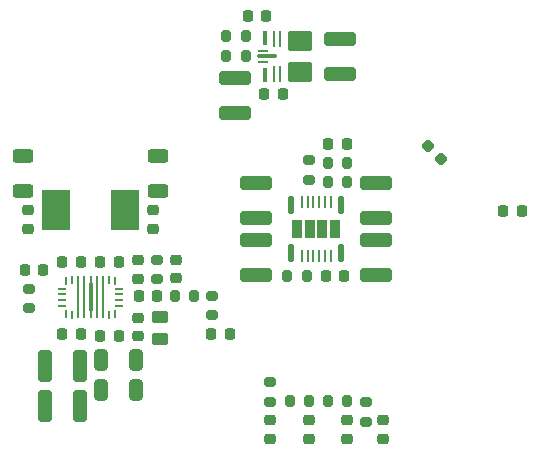
<source format=gbr>
%TF.GenerationSoftware,KiCad,Pcbnew,8.0.5*%
%TF.CreationDate,2024-12-28T23:28:42+01:00*%
%TF.ProjectId,BasePower,42617365-506f-4776-9572-2e6b69636164,rev?*%
%TF.SameCoordinates,Original*%
%TF.FileFunction,Paste,Top*%
%TF.FilePolarity,Positive*%
%FSLAX46Y46*%
G04 Gerber Fmt 4.6, Leading zero omitted, Abs format (unit mm)*
G04 Created by KiCad (PCBNEW 8.0.5) date 2024-12-28 23:28:42*
%MOMM*%
%LPD*%
G01*
G04 APERTURE LIST*
G04 Aperture macros list*
%AMRoundRect*
0 Rectangle with rounded corners*
0 $1 Rounding radius*
0 $2 $3 $4 $5 $6 $7 $8 $9 X,Y pos of 4 corners*
0 Add a 4 corners polygon primitive as box body*
4,1,4,$2,$3,$4,$5,$6,$7,$8,$9,$2,$3,0*
0 Add four circle primitives for the rounded corners*
1,1,$1+$1,$2,$3*
1,1,$1+$1,$4,$5*
1,1,$1+$1,$6,$7*
1,1,$1+$1,$8,$9*
0 Add four rect primitives between the rounded corners*
20,1,$1+$1,$2,$3,$4,$5,0*
20,1,$1+$1,$4,$5,$6,$7,0*
20,1,$1+$1,$6,$7,$8,$9,0*
20,1,$1+$1,$8,$9,$2,$3,0*%
%AMFreePoly0*
4,1,29,1.175000,0.125000,1.750000,0.125000,1.769134,0.121194,1.785355,0.110355,1.796194,0.094134,1.800000,0.075000,1.800000,-0.075000,1.796194,-0.094134,1.785355,-0.110355,1.769134,-0.121194,1.750000,-0.125000,1.175000,-0.125000,1.175000,-0.165000,-1.175000,-0.165000,-1.175000,-0.125000,-1.750000,-0.125000,-1.769134,-0.121194,-1.785355,-0.110355,-1.796194,-0.094134,-1.800000,-0.075000,
-1.800000,0.075000,-1.796194,0.094134,-1.785355,0.110355,-1.769134,0.121194,-1.750000,0.125000,-1.175000,0.125000,-1.175000,0.165000,1.175000,0.165000,1.175000,0.125000,1.175000,0.125000,$1*%
G04 Aperture macros list end*
%ADD10RoundRect,0.250000X0.450000X-0.262500X0.450000X0.262500X-0.450000X0.262500X-0.450000X-0.262500X0*%
%ADD11RoundRect,0.250000X-0.625000X0.312500X-0.625000X-0.312500X0.625000X-0.312500X0.625000X0.312500X0*%
%ADD12RoundRect,0.200000X-0.275000X0.200000X-0.275000X-0.200000X0.275000X-0.200000X0.275000X0.200000X0*%
%ADD13RoundRect,0.200000X0.275000X-0.200000X0.275000X0.200000X-0.275000X0.200000X-0.275000X-0.200000X0*%
%ADD14RoundRect,0.218750X0.256250X-0.218750X0.256250X0.218750X-0.256250X0.218750X-0.256250X-0.218750X0*%
%ADD15RoundRect,0.250000X-1.100000X0.325000X-1.100000X-0.325000X1.100000X-0.325000X1.100000X0.325000X0*%
%ADD16RoundRect,0.250000X-0.325000X-1.100000X0.325000X-1.100000X0.325000X1.100000X-0.325000X1.100000X0*%
%ADD17RoundRect,0.225000X0.225000X0.250000X-0.225000X0.250000X-0.225000X-0.250000X0.225000X-0.250000X0*%
%ADD18RoundRect,0.200000X-0.200000X-0.275000X0.200000X-0.275000X0.200000X0.275000X-0.200000X0.275000X0*%
%ADD19RoundRect,0.200000X0.200000X0.275000X-0.200000X0.275000X-0.200000X-0.275000X0.200000X-0.275000X0*%
%ADD20RoundRect,0.225000X-0.225000X-0.250000X0.225000X-0.250000X0.225000X0.250000X-0.225000X0.250000X0*%
%ADD21RoundRect,0.225000X-0.250000X0.225000X-0.250000X-0.225000X0.250000X-0.225000X0.250000X0.225000X0*%
%ADD22RoundRect,0.100000X0.150000X-0.650000X0.150000X0.650000X-0.150000X0.650000X-0.150000X-0.650000X0*%
%ADD23RoundRect,0.050000X0.075000X-0.450000X0.075000X0.450000X-0.075000X0.450000X-0.075000X-0.450000X0*%
%ADD24RoundRect,0.043750X0.393750X-0.746250X0.393750X0.746250X-0.393750X0.746250X-0.393750X-0.746250X0*%
%ADD25RoundRect,0.250000X0.325000X0.650000X-0.325000X0.650000X-0.325000X-0.650000X0.325000X-0.650000X0*%
%ADD26RoundRect,0.250000X1.100000X-0.325000X1.100000X0.325000X-1.100000X0.325000X-1.100000X-0.325000X0*%
%ADD27RoundRect,0.218750X-0.218750X-0.256250X0.218750X-0.256250X0.218750X0.256250X-0.218750X0.256250X0*%
%ADD28RoundRect,0.218750X-0.335876X-0.026517X-0.026517X-0.335876X0.335876X0.026517X0.026517X0.335876X0*%
%ADD29R,2.413000X3.429000*%
%ADD30RoundRect,0.225000X0.250000X-0.225000X0.250000X0.225000X-0.250000X0.225000X-0.250000X-0.225000X0*%
%ADD31RoundRect,0.092500X0.092500X-0.520000X0.092500X0.520000X-0.092500X0.520000X-0.092500X-0.520000X0*%
%ADD32RoundRect,0.062500X0.062500X-0.587500X0.062500X0.587500X-0.062500X0.587500X-0.062500X-0.587500X0*%
%ADD33RoundRect,0.170000X0.855000X-0.680000X0.855000X0.680000X-0.855000X0.680000X-0.855000X-0.680000X0*%
%ADD34RoundRect,0.062500X0.387500X-0.062500X0.387500X0.062500X-0.387500X0.062500X-0.387500X-0.062500X0*%
%ADD35RoundRect,0.075000X0.735000X-0.075000X0.735000X0.075000X-0.735000X0.075000X-0.735000X-0.075000X0*%
%ADD36RoundRect,0.050000X-0.300000X-0.075000X0.300000X-0.075000X0.300000X0.075000X-0.300000X0.075000X0*%
%ADD37RoundRect,0.050000X0.075000X-0.325000X0.075000X0.325000X-0.075000X0.325000X-0.075000X-0.325000X0*%
%ADD38RoundRect,0.050000X0.075000X-0.300000X0.075000X0.300000X-0.075000X0.300000X-0.075000X-0.300000X0*%
%ADD39RoundRect,0.050000X0.075000X-1.750000X0.075000X1.750000X-0.075000X1.750000X-0.075000X-1.750000X0*%
%ADD40FreePoly0,90.000000*%
G04 APERTURE END LIST*
D10*
%TO.C,R14*%
X122700000Y-108612500D03*
X122700000Y-106787500D03*
%TD*%
D11*
%TO.C,R11*%
X122500000Y-93137500D03*
X122500000Y-96062500D03*
%TD*%
%TO.C,R10*%
X111100000Y-93137500D03*
X111100000Y-96062500D03*
%TD*%
D12*
%TO.C,R7*%
X140100000Y-113975000D03*
X140100000Y-115625000D03*
%TD*%
D13*
%TO.C,R5*%
X111600000Y-106025000D03*
X111600000Y-104375000D03*
%TD*%
%TO.C,R3*%
X135300000Y-95125000D03*
X135300000Y-93475000D03*
%TD*%
D14*
%TO.C,D4*%
X141600000Y-117087500D03*
X141600000Y-115512500D03*
%TD*%
D15*
%TO.C,C20*%
X141000000Y-95425000D03*
X141000000Y-98375000D03*
%TD*%
D16*
%TO.C,C7*%
X112925000Y-114300000D03*
X115875000Y-114300000D03*
%TD*%
D14*
%TO.C,D3*%
X138500000Y-115512500D03*
X138500000Y-117087500D03*
%TD*%
D17*
%TO.C,C27*%
X133075000Y-87900000D03*
X131525000Y-87900000D03*
%TD*%
D14*
%TO.C,D1*%
X132000000Y-117087500D03*
X132000000Y-115512500D03*
%TD*%
D18*
%TO.C,R6*%
X136875000Y-113900000D03*
X138525000Y-113900000D03*
%TD*%
D19*
%TO.C,R20*%
X138525000Y-93700000D03*
X136875000Y-93700000D03*
%TD*%
D20*
%TO.C,C5*%
X117625000Y-102100000D03*
X119175000Y-102100000D03*
%TD*%
D21*
%TO.C,C3*%
X122100000Y-97725000D03*
X122100000Y-99275000D03*
%TD*%
D22*
%TO.C,U2*%
X133750000Y-101350000D03*
D23*
X134675000Y-101600000D03*
X135175000Y-101600000D03*
X135675000Y-101600000D03*
X136175000Y-101600000D03*
X136675000Y-101600000D03*
X137175000Y-101600000D03*
D22*
X138050000Y-101350000D03*
X138050000Y-97250000D03*
D23*
X137175000Y-97000000D03*
X136675000Y-97000000D03*
X136175000Y-97000000D03*
X135675000Y-97000000D03*
X135175000Y-97000000D03*
X134675000Y-97000000D03*
D22*
X133750000Y-97250000D03*
D24*
X134287500Y-99300000D03*
X135362500Y-99300000D03*
X136437500Y-99300000D03*
X137512500Y-99300000D03*
%TD*%
D25*
%TO.C,C11*%
X120675000Y-110400000D03*
X117725000Y-110400000D03*
%TD*%
D20*
%TO.C,C8*%
X114425000Y-108200000D03*
X115975000Y-108200000D03*
%TD*%
D26*
%TO.C,C21*%
X141000000Y-103175000D03*
X141000000Y-100225000D03*
%TD*%
D27*
%TO.C,F2*%
X151725000Y-97800000D03*
X153300000Y-97800000D03*
%TD*%
D13*
%TO.C,R16*%
X122400000Y-103550000D03*
X122400000Y-101900000D03*
%TD*%
D20*
%TO.C,C26*%
X136725000Y-103300000D03*
X138275000Y-103300000D03*
%TD*%
D18*
%TO.C,R25*%
X128275000Y-83000000D03*
X129925000Y-83000000D03*
%TD*%
D26*
%TO.C,C28*%
X137900000Y-86175001D03*
X137900000Y-83225001D03*
%TD*%
D28*
%TO.C,F1*%
X145343153Y-92243153D03*
X146456847Y-93356847D03*
%TD*%
D19*
%TO.C,R27*%
X129925000Y-84700000D03*
X128275000Y-84700000D03*
%TD*%
D29*
%TO.C,L1*%
X113879000Y-97700000D03*
X119721000Y-97700000D03*
%TD*%
D18*
%TO.C,R4*%
X133675000Y-113900000D03*
X135325000Y-113900000D03*
%TD*%
D17*
%TO.C,C19*%
X138475000Y-92100000D03*
X136925000Y-92100000D03*
%TD*%
D19*
%TO.C,R22*%
X138525000Y-95300000D03*
X136875000Y-95300000D03*
%TD*%
D21*
%TO.C,C18*%
X124000000Y-101925000D03*
X124000000Y-103475000D03*
%TD*%
D17*
%TO.C,C14*%
X112775000Y-102800000D03*
X111225000Y-102800000D03*
%TD*%
D13*
%TO.C,R15*%
X127100000Y-106625000D03*
X127100000Y-104975000D03*
%TD*%
D25*
%TO.C,C10*%
X120675000Y-112900000D03*
X117725000Y-112900000D03*
%TD*%
D15*
%TO.C,C23*%
X130800000Y-95425000D03*
X130800000Y-98375000D03*
%TD*%
D21*
%TO.C,C2*%
X111500000Y-97725000D03*
X111500000Y-99275000D03*
%TD*%
D30*
%TO.C,C13*%
X120800000Y-108375000D03*
X120800000Y-106825000D03*
%TD*%
D17*
%TO.C,C4*%
X115975000Y-102100000D03*
X114425000Y-102100000D03*
%TD*%
D26*
%TO.C,C24*%
X130800000Y-103175000D03*
X130800000Y-100225000D03*
%TD*%
D17*
%TO.C,C9*%
X119175000Y-108400000D03*
X117625000Y-108400000D03*
%TD*%
D19*
%TO.C,R21*%
X135125000Y-103300000D03*
X133475000Y-103300000D03*
%TD*%
D16*
%TO.C,C6*%
X112925000Y-110900000D03*
X115875000Y-110900000D03*
%TD*%
D31*
%TO.C,U3*%
X131540000Y-86237501D03*
D32*
X132350000Y-86200001D03*
X132850000Y-86200001D03*
D33*
X134495000Y-86000001D03*
X134495000Y-83400001D03*
D32*
X132850000Y-83200001D03*
X132350000Y-83200001D03*
D31*
X131550000Y-83162501D03*
D34*
X131390000Y-84200001D03*
D35*
X131750000Y-84700001D03*
D34*
X131390000Y-85200001D03*
%TD*%
D20*
%TO.C,C16*%
X120900000Y-105000000D03*
X122450000Y-105000000D03*
%TD*%
D27*
%TO.C,F3*%
X127012500Y-108200000D03*
X128587500Y-108200000D03*
%TD*%
D26*
%TO.C,C30*%
X129000000Y-89475000D03*
X129000000Y-86525000D03*
%TD*%
D14*
%TO.C,D2*%
X135300000Y-117087500D03*
X135300000Y-115512500D03*
%TD*%
D36*
%TO.C,U1*%
X114350000Y-104350000D03*
X114350000Y-104850000D03*
X114350000Y-105350000D03*
X114350000Y-105850000D03*
D37*
X114760000Y-106525000D03*
D38*
X115260000Y-106550000D03*
D39*
X115760000Y-105100000D03*
X116260000Y-105100000D03*
D40*
X116800000Y-105100000D03*
D39*
X117340000Y-105100000D03*
X117840000Y-105100000D03*
D38*
X118340000Y-106550000D03*
D37*
X118840000Y-106525000D03*
D36*
X119250000Y-105850000D03*
X119250000Y-105350000D03*
X119250000Y-104850000D03*
X119250000Y-104350000D03*
D37*
X118840000Y-103675000D03*
D38*
X118340000Y-103650000D03*
X115260000Y-103650000D03*
D37*
X114760000Y-103675000D03*
%TD*%
D21*
%TO.C,C15*%
X120800000Y-101950000D03*
X120800000Y-103500000D03*
%TD*%
D12*
%TO.C,R2*%
X132000000Y-112275000D03*
X132000000Y-113925000D03*
%TD*%
D19*
%TO.C,R17*%
X125600000Y-105000000D03*
X123950000Y-105000000D03*
%TD*%
D17*
%TO.C,C32*%
X131675000Y-81300000D03*
X130125000Y-81300000D03*
%TD*%
M02*

</source>
